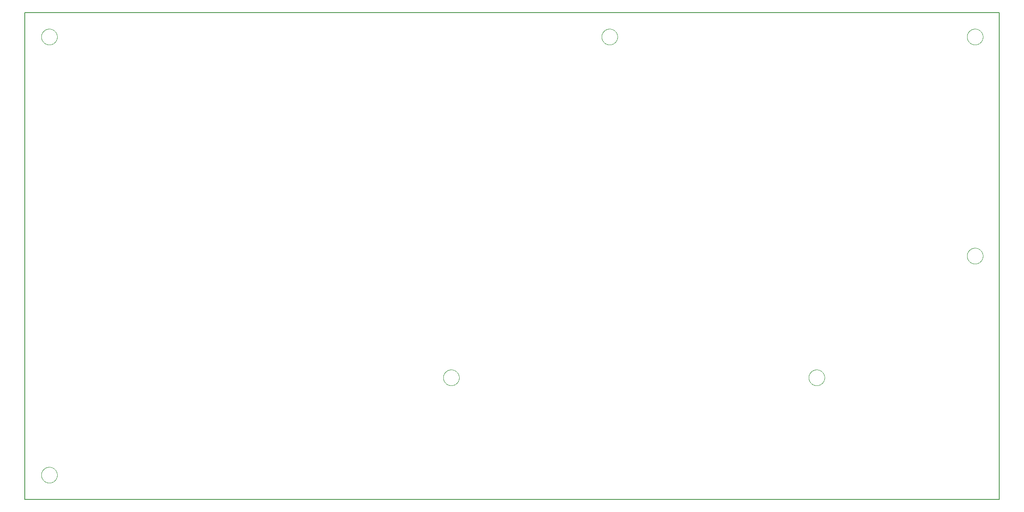
<source format=gko>
G75*
%MOIN*%
%OFA0B0*%
%FSLAX25Y25*%
%IPPOS*%
%LPD*%
%AMOC8*
5,1,8,0,0,1.08239X$1,22.5*
%
%ADD10C,0.00800*%
%ADD11C,0.00000*%
D10*
X0077595Y0285000D02*
X0077595Y0685000D01*
X0877595Y0685000D01*
X0877595Y0285000D01*
X0077595Y0285000D01*
D11*
X0091095Y0305000D02*
X0091097Y0305161D01*
X0091103Y0305321D01*
X0091113Y0305482D01*
X0091127Y0305642D01*
X0091145Y0305802D01*
X0091166Y0305961D01*
X0091192Y0306120D01*
X0091222Y0306278D01*
X0091255Y0306435D01*
X0091293Y0306592D01*
X0091334Y0306747D01*
X0091379Y0306901D01*
X0091428Y0307054D01*
X0091481Y0307206D01*
X0091537Y0307357D01*
X0091598Y0307506D01*
X0091661Y0307654D01*
X0091729Y0307800D01*
X0091800Y0307944D01*
X0091874Y0308086D01*
X0091952Y0308227D01*
X0092034Y0308365D01*
X0092119Y0308502D01*
X0092207Y0308636D01*
X0092299Y0308768D01*
X0092394Y0308898D01*
X0092492Y0309026D01*
X0092593Y0309151D01*
X0092697Y0309273D01*
X0092804Y0309393D01*
X0092914Y0309510D01*
X0093027Y0309625D01*
X0093143Y0309736D01*
X0093262Y0309845D01*
X0093383Y0309950D01*
X0093507Y0310053D01*
X0093633Y0310153D01*
X0093761Y0310249D01*
X0093892Y0310342D01*
X0094026Y0310432D01*
X0094161Y0310519D01*
X0094299Y0310602D01*
X0094438Y0310682D01*
X0094580Y0310758D01*
X0094723Y0310831D01*
X0094868Y0310900D01*
X0095015Y0310966D01*
X0095163Y0311028D01*
X0095313Y0311086D01*
X0095464Y0311141D01*
X0095617Y0311192D01*
X0095771Y0311239D01*
X0095926Y0311282D01*
X0096082Y0311321D01*
X0096238Y0311357D01*
X0096396Y0311388D01*
X0096554Y0311416D01*
X0096713Y0311440D01*
X0096873Y0311460D01*
X0097033Y0311476D01*
X0097193Y0311488D01*
X0097354Y0311496D01*
X0097515Y0311500D01*
X0097675Y0311500D01*
X0097836Y0311496D01*
X0097997Y0311488D01*
X0098157Y0311476D01*
X0098317Y0311460D01*
X0098477Y0311440D01*
X0098636Y0311416D01*
X0098794Y0311388D01*
X0098952Y0311357D01*
X0099108Y0311321D01*
X0099264Y0311282D01*
X0099419Y0311239D01*
X0099573Y0311192D01*
X0099726Y0311141D01*
X0099877Y0311086D01*
X0100027Y0311028D01*
X0100175Y0310966D01*
X0100322Y0310900D01*
X0100467Y0310831D01*
X0100610Y0310758D01*
X0100752Y0310682D01*
X0100891Y0310602D01*
X0101029Y0310519D01*
X0101164Y0310432D01*
X0101298Y0310342D01*
X0101429Y0310249D01*
X0101557Y0310153D01*
X0101683Y0310053D01*
X0101807Y0309950D01*
X0101928Y0309845D01*
X0102047Y0309736D01*
X0102163Y0309625D01*
X0102276Y0309510D01*
X0102386Y0309393D01*
X0102493Y0309273D01*
X0102597Y0309151D01*
X0102698Y0309026D01*
X0102796Y0308898D01*
X0102891Y0308768D01*
X0102983Y0308636D01*
X0103071Y0308502D01*
X0103156Y0308365D01*
X0103238Y0308227D01*
X0103316Y0308086D01*
X0103390Y0307944D01*
X0103461Y0307800D01*
X0103529Y0307654D01*
X0103592Y0307506D01*
X0103653Y0307357D01*
X0103709Y0307206D01*
X0103762Y0307054D01*
X0103811Y0306901D01*
X0103856Y0306747D01*
X0103897Y0306592D01*
X0103935Y0306435D01*
X0103968Y0306278D01*
X0103998Y0306120D01*
X0104024Y0305961D01*
X0104045Y0305802D01*
X0104063Y0305642D01*
X0104077Y0305482D01*
X0104087Y0305321D01*
X0104093Y0305161D01*
X0104095Y0305000D01*
X0104093Y0304839D01*
X0104087Y0304679D01*
X0104077Y0304518D01*
X0104063Y0304358D01*
X0104045Y0304198D01*
X0104024Y0304039D01*
X0103998Y0303880D01*
X0103968Y0303722D01*
X0103935Y0303565D01*
X0103897Y0303408D01*
X0103856Y0303253D01*
X0103811Y0303099D01*
X0103762Y0302946D01*
X0103709Y0302794D01*
X0103653Y0302643D01*
X0103592Y0302494D01*
X0103529Y0302346D01*
X0103461Y0302200D01*
X0103390Y0302056D01*
X0103316Y0301914D01*
X0103238Y0301773D01*
X0103156Y0301635D01*
X0103071Y0301498D01*
X0102983Y0301364D01*
X0102891Y0301232D01*
X0102796Y0301102D01*
X0102698Y0300974D01*
X0102597Y0300849D01*
X0102493Y0300727D01*
X0102386Y0300607D01*
X0102276Y0300490D01*
X0102163Y0300375D01*
X0102047Y0300264D01*
X0101928Y0300155D01*
X0101807Y0300050D01*
X0101683Y0299947D01*
X0101557Y0299847D01*
X0101429Y0299751D01*
X0101298Y0299658D01*
X0101164Y0299568D01*
X0101029Y0299481D01*
X0100891Y0299398D01*
X0100752Y0299318D01*
X0100610Y0299242D01*
X0100467Y0299169D01*
X0100322Y0299100D01*
X0100175Y0299034D01*
X0100027Y0298972D01*
X0099877Y0298914D01*
X0099726Y0298859D01*
X0099573Y0298808D01*
X0099419Y0298761D01*
X0099264Y0298718D01*
X0099108Y0298679D01*
X0098952Y0298643D01*
X0098794Y0298612D01*
X0098636Y0298584D01*
X0098477Y0298560D01*
X0098317Y0298540D01*
X0098157Y0298524D01*
X0097997Y0298512D01*
X0097836Y0298504D01*
X0097675Y0298500D01*
X0097515Y0298500D01*
X0097354Y0298504D01*
X0097193Y0298512D01*
X0097033Y0298524D01*
X0096873Y0298540D01*
X0096713Y0298560D01*
X0096554Y0298584D01*
X0096396Y0298612D01*
X0096238Y0298643D01*
X0096082Y0298679D01*
X0095926Y0298718D01*
X0095771Y0298761D01*
X0095617Y0298808D01*
X0095464Y0298859D01*
X0095313Y0298914D01*
X0095163Y0298972D01*
X0095015Y0299034D01*
X0094868Y0299100D01*
X0094723Y0299169D01*
X0094580Y0299242D01*
X0094438Y0299318D01*
X0094299Y0299398D01*
X0094161Y0299481D01*
X0094026Y0299568D01*
X0093892Y0299658D01*
X0093761Y0299751D01*
X0093633Y0299847D01*
X0093507Y0299947D01*
X0093383Y0300050D01*
X0093262Y0300155D01*
X0093143Y0300264D01*
X0093027Y0300375D01*
X0092914Y0300490D01*
X0092804Y0300607D01*
X0092697Y0300727D01*
X0092593Y0300849D01*
X0092492Y0300974D01*
X0092394Y0301102D01*
X0092299Y0301232D01*
X0092207Y0301364D01*
X0092119Y0301498D01*
X0092034Y0301635D01*
X0091952Y0301773D01*
X0091874Y0301914D01*
X0091800Y0302056D01*
X0091729Y0302200D01*
X0091661Y0302346D01*
X0091598Y0302494D01*
X0091537Y0302643D01*
X0091481Y0302794D01*
X0091428Y0302946D01*
X0091379Y0303099D01*
X0091334Y0303253D01*
X0091293Y0303408D01*
X0091255Y0303565D01*
X0091222Y0303722D01*
X0091192Y0303880D01*
X0091166Y0304039D01*
X0091145Y0304198D01*
X0091127Y0304358D01*
X0091113Y0304518D01*
X0091103Y0304679D01*
X0091097Y0304839D01*
X0091095Y0305000D01*
X0421095Y0385000D02*
X0421097Y0385161D01*
X0421103Y0385321D01*
X0421113Y0385482D01*
X0421127Y0385642D01*
X0421145Y0385802D01*
X0421166Y0385961D01*
X0421192Y0386120D01*
X0421222Y0386278D01*
X0421255Y0386435D01*
X0421293Y0386592D01*
X0421334Y0386747D01*
X0421379Y0386901D01*
X0421428Y0387054D01*
X0421481Y0387206D01*
X0421537Y0387357D01*
X0421598Y0387506D01*
X0421661Y0387654D01*
X0421729Y0387800D01*
X0421800Y0387944D01*
X0421874Y0388086D01*
X0421952Y0388227D01*
X0422034Y0388365D01*
X0422119Y0388502D01*
X0422207Y0388636D01*
X0422299Y0388768D01*
X0422394Y0388898D01*
X0422492Y0389026D01*
X0422593Y0389151D01*
X0422697Y0389273D01*
X0422804Y0389393D01*
X0422914Y0389510D01*
X0423027Y0389625D01*
X0423143Y0389736D01*
X0423262Y0389845D01*
X0423383Y0389950D01*
X0423507Y0390053D01*
X0423633Y0390153D01*
X0423761Y0390249D01*
X0423892Y0390342D01*
X0424026Y0390432D01*
X0424161Y0390519D01*
X0424299Y0390602D01*
X0424438Y0390682D01*
X0424580Y0390758D01*
X0424723Y0390831D01*
X0424868Y0390900D01*
X0425015Y0390966D01*
X0425163Y0391028D01*
X0425313Y0391086D01*
X0425464Y0391141D01*
X0425617Y0391192D01*
X0425771Y0391239D01*
X0425926Y0391282D01*
X0426082Y0391321D01*
X0426238Y0391357D01*
X0426396Y0391388D01*
X0426554Y0391416D01*
X0426713Y0391440D01*
X0426873Y0391460D01*
X0427033Y0391476D01*
X0427193Y0391488D01*
X0427354Y0391496D01*
X0427515Y0391500D01*
X0427675Y0391500D01*
X0427836Y0391496D01*
X0427997Y0391488D01*
X0428157Y0391476D01*
X0428317Y0391460D01*
X0428477Y0391440D01*
X0428636Y0391416D01*
X0428794Y0391388D01*
X0428952Y0391357D01*
X0429108Y0391321D01*
X0429264Y0391282D01*
X0429419Y0391239D01*
X0429573Y0391192D01*
X0429726Y0391141D01*
X0429877Y0391086D01*
X0430027Y0391028D01*
X0430175Y0390966D01*
X0430322Y0390900D01*
X0430467Y0390831D01*
X0430610Y0390758D01*
X0430752Y0390682D01*
X0430891Y0390602D01*
X0431029Y0390519D01*
X0431164Y0390432D01*
X0431298Y0390342D01*
X0431429Y0390249D01*
X0431557Y0390153D01*
X0431683Y0390053D01*
X0431807Y0389950D01*
X0431928Y0389845D01*
X0432047Y0389736D01*
X0432163Y0389625D01*
X0432276Y0389510D01*
X0432386Y0389393D01*
X0432493Y0389273D01*
X0432597Y0389151D01*
X0432698Y0389026D01*
X0432796Y0388898D01*
X0432891Y0388768D01*
X0432983Y0388636D01*
X0433071Y0388502D01*
X0433156Y0388365D01*
X0433238Y0388227D01*
X0433316Y0388086D01*
X0433390Y0387944D01*
X0433461Y0387800D01*
X0433529Y0387654D01*
X0433592Y0387506D01*
X0433653Y0387357D01*
X0433709Y0387206D01*
X0433762Y0387054D01*
X0433811Y0386901D01*
X0433856Y0386747D01*
X0433897Y0386592D01*
X0433935Y0386435D01*
X0433968Y0386278D01*
X0433998Y0386120D01*
X0434024Y0385961D01*
X0434045Y0385802D01*
X0434063Y0385642D01*
X0434077Y0385482D01*
X0434087Y0385321D01*
X0434093Y0385161D01*
X0434095Y0385000D01*
X0434093Y0384839D01*
X0434087Y0384679D01*
X0434077Y0384518D01*
X0434063Y0384358D01*
X0434045Y0384198D01*
X0434024Y0384039D01*
X0433998Y0383880D01*
X0433968Y0383722D01*
X0433935Y0383565D01*
X0433897Y0383408D01*
X0433856Y0383253D01*
X0433811Y0383099D01*
X0433762Y0382946D01*
X0433709Y0382794D01*
X0433653Y0382643D01*
X0433592Y0382494D01*
X0433529Y0382346D01*
X0433461Y0382200D01*
X0433390Y0382056D01*
X0433316Y0381914D01*
X0433238Y0381773D01*
X0433156Y0381635D01*
X0433071Y0381498D01*
X0432983Y0381364D01*
X0432891Y0381232D01*
X0432796Y0381102D01*
X0432698Y0380974D01*
X0432597Y0380849D01*
X0432493Y0380727D01*
X0432386Y0380607D01*
X0432276Y0380490D01*
X0432163Y0380375D01*
X0432047Y0380264D01*
X0431928Y0380155D01*
X0431807Y0380050D01*
X0431683Y0379947D01*
X0431557Y0379847D01*
X0431429Y0379751D01*
X0431298Y0379658D01*
X0431164Y0379568D01*
X0431029Y0379481D01*
X0430891Y0379398D01*
X0430752Y0379318D01*
X0430610Y0379242D01*
X0430467Y0379169D01*
X0430322Y0379100D01*
X0430175Y0379034D01*
X0430027Y0378972D01*
X0429877Y0378914D01*
X0429726Y0378859D01*
X0429573Y0378808D01*
X0429419Y0378761D01*
X0429264Y0378718D01*
X0429108Y0378679D01*
X0428952Y0378643D01*
X0428794Y0378612D01*
X0428636Y0378584D01*
X0428477Y0378560D01*
X0428317Y0378540D01*
X0428157Y0378524D01*
X0427997Y0378512D01*
X0427836Y0378504D01*
X0427675Y0378500D01*
X0427515Y0378500D01*
X0427354Y0378504D01*
X0427193Y0378512D01*
X0427033Y0378524D01*
X0426873Y0378540D01*
X0426713Y0378560D01*
X0426554Y0378584D01*
X0426396Y0378612D01*
X0426238Y0378643D01*
X0426082Y0378679D01*
X0425926Y0378718D01*
X0425771Y0378761D01*
X0425617Y0378808D01*
X0425464Y0378859D01*
X0425313Y0378914D01*
X0425163Y0378972D01*
X0425015Y0379034D01*
X0424868Y0379100D01*
X0424723Y0379169D01*
X0424580Y0379242D01*
X0424438Y0379318D01*
X0424299Y0379398D01*
X0424161Y0379481D01*
X0424026Y0379568D01*
X0423892Y0379658D01*
X0423761Y0379751D01*
X0423633Y0379847D01*
X0423507Y0379947D01*
X0423383Y0380050D01*
X0423262Y0380155D01*
X0423143Y0380264D01*
X0423027Y0380375D01*
X0422914Y0380490D01*
X0422804Y0380607D01*
X0422697Y0380727D01*
X0422593Y0380849D01*
X0422492Y0380974D01*
X0422394Y0381102D01*
X0422299Y0381232D01*
X0422207Y0381364D01*
X0422119Y0381498D01*
X0422034Y0381635D01*
X0421952Y0381773D01*
X0421874Y0381914D01*
X0421800Y0382056D01*
X0421729Y0382200D01*
X0421661Y0382346D01*
X0421598Y0382494D01*
X0421537Y0382643D01*
X0421481Y0382794D01*
X0421428Y0382946D01*
X0421379Y0383099D01*
X0421334Y0383253D01*
X0421293Y0383408D01*
X0421255Y0383565D01*
X0421222Y0383722D01*
X0421192Y0383880D01*
X0421166Y0384039D01*
X0421145Y0384198D01*
X0421127Y0384358D01*
X0421113Y0384518D01*
X0421103Y0384679D01*
X0421097Y0384839D01*
X0421095Y0385000D01*
X0721095Y0385000D02*
X0721097Y0385161D01*
X0721103Y0385321D01*
X0721113Y0385482D01*
X0721127Y0385642D01*
X0721145Y0385802D01*
X0721166Y0385961D01*
X0721192Y0386120D01*
X0721222Y0386278D01*
X0721255Y0386435D01*
X0721293Y0386592D01*
X0721334Y0386747D01*
X0721379Y0386901D01*
X0721428Y0387054D01*
X0721481Y0387206D01*
X0721537Y0387357D01*
X0721598Y0387506D01*
X0721661Y0387654D01*
X0721729Y0387800D01*
X0721800Y0387944D01*
X0721874Y0388086D01*
X0721952Y0388227D01*
X0722034Y0388365D01*
X0722119Y0388502D01*
X0722207Y0388636D01*
X0722299Y0388768D01*
X0722394Y0388898D01*
X0722492Y0389026D01*
X0722593Y0389151D01*
X0722697Y0389273D01*
X0722804Y0389393D01*
X0722914Y0389510D01*
X0723027Y0389625D01*
X0723143Y0389736D01*
X0723262Y0389845D01*
X0723383Y0389950D01*
X0723507Y0390053D01*
X0723633Y0390153D01*
X0723761Y0390249D01*
X0723892Y0390342D01*
X0724026Y0390432D01*
X0724161Y0390519D01*
X0724299Y0390602D01*
X0724438Y0390682D01*
X0724580Y0390758D01*
X0724723Y0390831D01*
X0724868Y0390900D01*
X0725015Y0390966D01*
X0725163Y0391028D01*
X0725313Y0391086D01*
X0725464Y0391141D01*
X0725617Y0391192D01*
X0725771Y0391239D01*
X0725926Y0391282D01*
X0726082Y0391321D01*
X0726238Y0391357D01*
X0726396Y0391388D01*
X0726554Y0391416D01*
X0726713Y0391440D01*
X0726873Y0391460D01*
X0727033Y0391476D01*
X0727193Y0391488D01*
X0727354Y0391496D01*
X0727515Y0391500D01*
X0727675Y0391500D01*
X0727836Y0391496D01*
X0727997Y0391488D01*
X0728157Y0391476D01*
X0728317Y0391460D01*
X0728477Y0391440D01*
X0728636Y0391416D01*
X0728794Y0391388D01*
X0728952Y0391357D01*
X0729108Y0391321D01*
X0729264Y0391282D01*
X0729419Y0391239D01*
X0729573Y0391192D01*
X0729726Y0391141D01*
X0729877Y0391086D01*
X0730027Y0391028D01*
X0730175Y0390966D01*
X0730322Y0390900D01*
X0730467Y0390831D01*
X0730610Y0390758D01*
X0730752Y0390682D01*
X0730891Y0390602D01*
X0731029Y0390519D01*
X0731164Y0390432D01*
X0731298Y0390342D01*
X0731429Y0390249D01*
X0731557Y0390153D01*
X0731683Y0390053D01*
X0731807Y0389950D01*
X0731928Y0389845D01*
X0732047Y0389736D01*
X0732163Y0389625D01*
X0732276Y0389510D01*
X0732386Y0389393D01*
X0732493Y0389273D01*
X0732597Y0389151D01*
X0732698Y0389026D01*
X0732796Y0388898D01*
X0732891Y0388768D01*
X0732983Y0388636D01*
X0733071Y0388502D01*
X0733156Y0388365D01*
X0733238Y0388227D01*
X0733316Y0388086D01*
X0733390Y0387944D01*
X0733461Y0387800D01*
X0733529Y0387654D01*
X0733592Y0387506D01*
X0733653Y0387357D01*
X0733709Y0387206D01*
X0733762Y0387054D01*
X0733811Y0386901D01*
X0733856Y0386747D01*
X0733897Y0386592D01*
X0733935Y0386435D01*
X0733968Y0386278D01*
X0733998Y0386120D01*
X0734024Y0385961D01*
X0734045Y0385802D01*
X0734063Y0385642D01*
X0734077Y0385482D01*
X0734087Y0385321D01*
X0734093Y0385161D01*
X0734095Y0385000D01*
X0734093Y0384839D01*
X0734087Y0384679D01*
X0734077Y0384518D01*
X0734063Y0384358D01*
X0734045Y0384198D01*
X0734024Y0384039D01*
X0733998Y0383880D01*
X0733968Y0383722D01*
X0733935Y0383565D01*
X0733897Y0383408D01*
X0733856Y0383253D01*
X0733811Y0383099D01*
X0733762Y0382946D01*
X0733709Y0382794D01*
X0733653Y0382643D01*
X0733592Y0382494D01*
X0733529Y0382346D01*
X0733461Y0382200D01*
X0733390Y0382056D01*
X0733316Y0381914D01*
X0733238Y0381773D01*
X0733156Y0381635D01*
X0733071Y0381498D01*
X0732983Y0381364D01*
X0732891Y0381232D01*
X0732796Y0381102D01*
X0732698Y0380974D01*
X0732597Y0380849D01*
X0732493Y0380727D01*
X0732386Y0380607D01*
X0732276Y0380490D01*
X0732163Y0380375D01*
X0732047Y0380264D01*
X0731928Y0380155D01*
X0731807Y0380050D01*
X0731683Y0379947D01*
X0731557Y0379847D01*
X0731429Y0379751D01*
X0731298Y0379658D01*
X0731164Y0379568D01*
X0731029Y0379481D01*
X0730891Y0379398D01*
X0730752Y0379318D01*
X0730610Y0379242D01*
X0730467Y0379169D01*
X0730322Y0379100D01*
X0730175Y0379034D01*
X0730027Y0378972D01*
X0729877Y0378914D01*
X0729726Y0378859D01*
X0729573Y0378808D01*
X0729419Y0378761D01*
X0729264Y0378718D01*
X0729108Y0378679D01*
X0728952Y0378643D01*
X0728794Y0378612D01*
X0728636Y0378584D01*
X0728477Y0378560D01*
X0728317Y0378540D01*
X0728157Y0378524D01*
X0727997Y0378512D01*
X0727836Y0378504D01*
X0727675Y0378500D01*
X0727515Y0378500D01*
X0727354Y0378504D01*
X0727193Y0378512D01*
X0727033Y0378524D01*
X0726873Y0378540D01*
X0726713Y0378560D01*
X0726554Y0378584D01*
X0726396Y0378612D01*
X0726238Y0378643D01*
X0726082Y0378679D01*
X0725926Y0378718D01*
X0725771Y0378761D01*
X0725617Y0378808D01*
X0725464Y0378859D01*
X0725313Y0378914D01*
X0725163Y0378972D01*
X0725015Y0379034D01*
X0724868Y0379100D01*
X0724723Y0379169D01*
X0724580Y0379242D01*
X0724438Y0379318D01*
X0724299Y0379398D01*
X0724161Y0379481D01*
X0724026Y0379568D01*
X0723892Y0379658D01*
X0723761Y0379751D01*
X0723633Y0379847D01*
X0723507Y0379947D01*
X0723383Y0380050D01*
X0723262Y0380155D01*
X0723143Y0380264D01*
X0723027Y0380375D01*
X0722914Y0380490D01*
X0722804Y0380607D01*
X0722697Y0380727D01*
X0722593Y0380849D01*
X0722492Y0380974D01*
X0722394Y0381102D01*
X0722299Y0381232D01*
X0722207Y0381364D01*
X0722119Y0381498D01*
X0722034Y0381635D01*
X0721952Y0381773D01*
X0721874Y0381914D01*
X0721800Y0382056D01*
X0721729Y0382200D01*
X0721661Y0382346D01*
X0721598Y0382494D01*
X0721537Y0382643D01*
X0721481Y0382794D01*
X0721428Y0382946D01*
X0721379Y0383099D01*
X0721334Y0383253D01*
X0721293Y0383408D01*
X0721255Y0383565D01*
X0721222Y0383722D01*
X0721192Y0383880D01*
X0721166Y0384039D01*
X0721145Y0384198D01*
X0721127Y0384358D01*
X0721113Y0384518D01*
X0721103Y0384679D01*
X0721097Y0384839D01*
X0721095Y0385000D01*
X0851095Y0485000D02*
X0851097Y0485161D01*
X0851103Y0485321D01*
X0851113Y0485482D01*
X0851127Y0485642D01*
X0851145Y0485802D01*
X0851166Y0485961D01*
X0851192Y0486120D01*
X0851222Y0486278D01*
X0851255Y0486435D01*
X0851293Y0486592D01*
X0851334Y0486747D01*
X0851379Y0486901D01*
X0851428Y0487054D01*
X0851481Y0487206D01*
X0851537Y0487357D01*
X0851598Y0487506D01*
X0851661Y0487654D01*
X0851729Y0487800D01*
X0851800Y0487944D01*
X0851874Y0488086D01*
X0851952Y0488227D01*
X0852034Y0488365D01*
X0852119Y0488502D01*
X0852207Y0488636D01*
X0852299Y0488768D01*
X0852394Y0488898D01*
X0852492Y0489026D01*
X0852593Y0489151D01*
X0852697Y0489273D01*
X0852804Y0489393D01*
X0852914Y0489510D01*
X0853027Y0489625D01*
X0853143Y0489736D01*
X0853262Y0489845D01*
X0853383Y0489950D01*
X0853507Y0490053D01*
X0853633Y0490153D01*
X0853761Y0490249D01*
X0853892Y0490342D01*
X0854026Y0490432D01*
X0854161Y0490519D01*
X0854299Y0490602D01*
X0854438Y0490682D01*
X0854580Y0490758D01*
X0854723Y0490831D01*
X0854868Y0490900D01*
X0855015Y0490966D01*
X0855163Y0491028D01*
X0855313Y0491086D01*
X0855464Y0491141D01*
X0855617Y0491192D01*
X0855771Y0491239D01*
X0855926Y0491282D01*
X0856082Y0491321D01*
X0856238Y0491357D01*
X0856396Y0491388D01*
X0856554Y0491416D01*
X0856713Y0491440D01*
X0856873Y0491460D01*
X0857033Y0491476D01*
X0857193Y0491488D01*
X0857354Y0491496D01*
X0857515Y0491500D01*
X0857675Y0491500D01*
X0857836Y0491496D01*
X0857997Y0491488D01*
X0858157Y0491476D01*
X0858317Y0491460D01*
X0858477Y0491440D01*
X0858636Y0491416D01*
X0858794Y0491388D01*
X0858952Y0491357D01*
X0859108Y0491321D01*
X0859264Y0491282D01*
X0859419Y0491239D01*
X0859573Y0491192D01*
X0859726Y0491141D01*
X0859877Y0491086D01*
X0860027Y0491028D01*
X0860175Y0490966D01*
X0860322Y0490900D01*
X0860467Y0490831D01*
X0860610Y0490758D01*
X0860752Y0490682D01*
X0860891Y0490602D01*
X0861029Y0490519D01*
X0861164Y0490432D01*
X0861298Y0490342D01*
X0861429Y0490249D01*
X0861557Y0490153D01*
X0861683Y0490053D01*
X0861807Y0489950D01*
X0861928Y0489845D01*
X0862047Y0489736D01*
X0862163Y0489625D01*
X0862276Y0489510D01*
X0862386Y0489393D01*
X0862493Y0489273D01*
X0862597Y0489151D01*
X0862698Y0489026D01*
X0862796Y0488898D01*
X0862891Y0488768D01*
X0862983Y0488636D01*
X0863071Y0488502D01*
X0863156Y0488365D01*
X0863238Y0488227D01*
X0863316Y0488086D01*
X0863390Y0487944D01*
X0863461Y0487800D01*
X0863529Y0487654D01*
X0863592Y0487506D01*
X0863653Y0487357D01*
X0863709Y0487206D01*
X0863762Y0487054D01*
X0863811Y0486901D01*
X0863856Y0486747D01*
X0863897Y0486592D01*
X0863935Y0486435D01*
X0863968Y0486278D01*
X0863998Y0486120D01*
X0864024Y0485961D01*
X0864045Y0485802D01*
X0864063Y0485642D01*
X0864077Y0485482D01*
X0864087Y0485321D01*
X0864093Y0485161D01*
X0864095Y0485000D01*
X0864093Y0484839D01*
X0864087Y0484679D01*
X0864077Y0484518D01*
X0864063Y0484358D01*
X0864045Y0484198D01*
X0864024Y0484039D01*
X0863998Y0483880D01*
X0863968Y0483722D01*
X0863935Y0483565D01*
X0863897Y0483408D01*
X0863856Y0483253D01*
X0863811Y0483099D01*
X0863762Y0482946D01*
X0863709Y0482794D01*
X0863653Y0482643D01*
X0863592Y0482494D01*
X0863529Y0482346D01*
X0863461Y0482200D01*
X0863390Y0482056D01*
X0863316Y0481914D01*
X0863238Y0481773D01*
X0863156Y0481635D01*
X0863071Y0481498D01*
X0862983Y0481364D01*
X0862891Y0481232D01*
X0862796Y0481102D01*
X0862698Y0480974D01*
X0862597Y0480849D01*
X0862493Y0480727D01*
X0862386Y0480607D01*
X0862276Y0480490D01*
X0862163Y0480375D01*
X0862047Y0480264D01*
X0861928Y0480155D01*
X0861807Y0480050D01*
X0861683Y0479947D01*
X0861557Y0479847D01*
X0861429Y0479751D01*
X0861298Y0479658D01*
X0861164Y0479568D01*
X0861029Y0479481D01*
X0860891Y0479398D01*
X0860752Y0479318D01*
X0860610Y0479242D01*
X0860467Y0479169D01*
X0860322Y0479100D01*
X0860175Y0479034D01*
X0860027Y0478972D01*
X0859877Y0478914D01*
X0859726Y0478859D01*
X0859573Y0478808D01*
X0859419Y0478761D01*
X0859264Y0478718D01*
X0859108Y0478679D01*
X0858952Y0478643D01*
X0858794Y0478612D01*
X0858636Y0478584D01*
X0858477Y0478560D01*
X0858317Y0478540D01*
X0858157Y0478524D01*
X0857997Y0478512D01*
X0857836Y0478504D01*
X0857675Y0478500D01*
X0857515Y0478500D01*
X0857354Y0478504D01*
X0857193Y0478512D01*
X0857033Y0478524D01*
X0856873Y0478540D01*
X0856713Y0478560D01*
X0856554Y0478584D01*
X0856396Y0478612D01*
X0856238Y0478643D01*
X0856082Y0478679D01*
X0855926Y0478718D01*
X0855771Y0478761D01*
X0855617Y0478808D01*
X0855464Y0478859D01*
X0855313Y0478914D01*
X0855163Y0478972D01*
X0855015Y0479034D01*
X0854868Y0479100D01*
X0854723Y0479169D01*
X0854580Y0479242D01*
X0854438Y0479318D01*
X0854299Y0479398D01*
X0854161Y0479481D01*
X0854026Y0479568D01*
X0853892Y0479658D01*
X0853761Y0479751D01*
X0853633Y0479847D01*
X0853507Y0479947D01*
X0853383Y0480050D01*
X0853262Y0480155D01*
X0853143Y0480264D01*
X0853027Y0480375D01*
X0852914Y0480490D01*
X0852804Y0480607D01*
X0852697Y0480727D01*
X0852593Y0480849D01*
X0852492Y0480974D01*
X0852394Y0481102D01*
X0852299Y0481232D01*
X0852207Y0481364D01*
X0852119Y0481498D01*
X0852034Y0481635D01*
X0851952Y0481773D01*
X0851874Y0481914D01*
X0851800Y0482056D01*
X0851729Y0482200D01*
X0851661Y0482346D01*
X0851598Y0482494D01*
X0851537Y0482643D01*
X0851481Y0482794D01*
X0851428Y0482946D01*
X0851379Y0483099D01*
X0851334Y0483253D01*
X0851293Y0483408D01*
X0851255Y0483565D01*
X0851222Y0483722D01*
X0851192Y0483880D01*
X0851166Y0484039D01*
X0851145Y0484198D01*
X0851127Y0484358D01*
X0851113Y0484518D01*
X0851103Y0484679D01*
X0851097Y0484839D01*
X0851095Y0485000D01*
X0851095Y0665000D02*
X0851097Y0665161D01*
X0851103Y0665321D01*
X0851113Y0665482D01*
X0851127Y0665642D01*
X0851145Y0665802D01*
X0851166Y0665961D01*
X0851192Y0666120D01*
X0851222Y0666278D01*
X0851255Y0666435D01*
X0851293Y0666592D01*
X0851334Y0666747D01*
X0851379Y0666901D01*
X0851428Y0667054D01*
X0851481Y0667206D01*
X0851537Y0667357D01*
X0851598Y0667506D01*
X0851661Y0667654D01*
X0851729Y0667800D01*
X0851800Y0667944D01*
X0851874Y0668086D01*
X0851952Y0668227D01*
X0852034Y0668365D01*
X0852119Y0668502D01*
X0852207Y0668636D01*
X0852299Y0668768D01*
X0852394Y0668898D01*
X0852492Y0669026D01*
X0852593Y0669151D01*
X0852697Y0669273D01*
X0852804Y0669393D01*
X0852914Y0669510D01*
X0853027Y0669625D01*
X0853143Y0669736D01*
X0853262Y0669845D01*
X0853383Y0669950D01*
X0853507Y0670053D01*
X0853633Y0670153D01*
X0853761Y0670249D01*
X0853892Y0670342D01*
X0854026Y0670432D01*
X0854161Y0670519D01*
X0854299Y0670602D01*
X0854438Y0670682D01*
X0854580Y0670758D01*
X0854723Y0670831D01*
X0854868Y0670900D01*
X0855015Y0670966D01*
X0855163Y0671028D01*
X0855313Y0671086D01*
X0855464Y0671141D01*
X0855617Y0671192D01*
X0855771Y0671239D01*
X0855926Y0671282D01*
X0856082Y0671321D01*
X0856238Y0671357D01*
X0856396Y0671388D01*
X0856554Y0671416D01*
X0856713Y0671440D01*
X0856873Y0671460D01*
X0857033Y0671476D01*
X0857193Y0671488D01*
X0857354Y0671496D01*
X0857515Y0671500D01*
X0857675Y0671500D01*
X0857836Y0671496D01*
X0857997Y0671488D01*
X0858157Y0671476D01*
X0858317Y0671460D01*
X0858477Y0671440D01*
X0858636Y0671416D01*
X0858794Y0671388D01*
X0858952Y0671357D01*
X0859108Y0671321D01*
X0859264Y0671282D01*
X0859419Y0671239D01*
X0859573Y0671192D01*
X0859726Y0671141D01*
X0859877Y0671086D01*
X0860027Y0671028D01*
X0860175Y0670966D01*
X0860322Y0670900D01*
X0860467Y0670831D01*
X0860610Y0670758D01*
X0860752Y0670682D01*
X0860891Y0670602D01*
X0861029Y0670519D01*
X0861164Y0670432D01*
X0861298Y0670342D01*
X0861429Y0670249D01*
X0861557Y0670153D01*
X0861683Y0670053D01*
X0861807Y0669950D01*
X0861928Y0669845D01*
X0862047Y0669736D01*
X0862163Y0669625D01*
X0862276Y0669510D01*
X0862386Y0669393D01*
X0862493Y0669273D01*
X0862597Y0669151D01*
X0862698Y0669026D01*
X0862796Y0668898D01*
X0862891Y0668768D01*
X0862983Y0668636D01*
X0863071Y0668502D01*
X0863156Y0668365D01*
X0863238Y0668227D01*
X0863316Y0668086D01*
X0863390Y0667944D01*
X0863461Y0667800D01*
X0863529Y0667654D01*
X0863592Y0667506D01*
X0863653Y0667357D01*
X0863709Y0667206D01*
X0863762Y0667054D01*
X0863811Y0666901D01*
X0863856Y0666747D01*
X0863897Y0666592D01*
X0863935Y0666435D01*
X0863968Y0666278D01*
X0863998Y0666120D01*
X0864024Y0665961D01*
X0864045Y0665802D01*
X0864063Y0665642D01*
X0864077Y0665482D01*
X0864087Y0665321D01*
X0864093Y0665161D01*
X0864095Y0665000D01*
X0864093Y0664839D01*
X0864087Y0664679D01*
X0864077Y0664518D01*
X0864063Y0664358D01*
X0864045Y0664198D01*
X0864024Y0664039D01*
X0863998Y0663880D01*
X0863968Y0663722D01*
X0863935Y0663565D01*
X0863897Y0663408D01*
X0863856Y0663253D01*
X0863811Y0663099D01*
X0863762Y0662946D01*
X0863709Y0662794D01*
X0863653Y0662643D01*
X0863592Y0662494D01*
X0863529Y0662346D01*
X0863461Y0662200D01*
X0863390Y0662056D01*
X0863316Y0661914D01*
X0863238Y0661773D01*
X0863156Y0661635D01*
X0863071Y0661498D01*
X0862983Y0661364D01*
X0862891Y0661232D01*
X0862796Y0661102D01*
X0862698Y0660974D01*
X0862597Y0660849D01*
X0862493Y0660727D01*
X0862386Y0660607D01*
X0862276Y0660490D01*
X0862163Y0660375D01*
X0862047Y0660264D01*
X0861928Y0660155D01*
X0861807Y0660050D01*
X0861683Y0659947D01*
X0861557Y0659847D01*
X0861429Y0659751D01*
X0861298Y0659658D01*
X0861164Y0659568D01*
X0861029Y0659481D01*
X0860891Y0659398D01*
X0860752Y0659318D01*
X0860610Y0659242D01*
X0860467Y0659169D01*
X0860322Y0659100D01*
X0860175Y0659034D01*
X0860027Y0658972D01*
X0859877Y0658914D01*
X0859726Y0658859D01*
X0859573Y0658808D01*
X0859419Y0658761D01*
X0859264Y0658718D01*
X0859108Y0658679D01*
X0858952Y0658643D01*
X0858794Y0658612D01*
X0858636Y0658584D01*
X0858477Y0658560D01*
X0858317Y0658540D01*
X0858157Y0658524D01*
X0857997Y0658512D01*
X0857836Y0658504D01*
X0857675Y0658500D01*
X0857515Y0658500D01*
X0857354Y0658504D01*
X0857193Y0658512D01*
X0857033Y0658524D01*
X0856873Y0658540D01*
X0856713Y0658560D01*
X0856554Y0658584D01*
X0856396Y0658612D01*
X0856238Y0658643D01*
X0856082Y0658679D01*
X0855926Y0658718D01*
X0855771Y0658761D01*
X0855617Y0658808D01*
X0855464Y0658859D01*
X0855313Y0658914D01*
X0855163Y0658972D01*
X0855015Y0659034D01*
X0854868Y0659100D01*
X0854723Y0659169D01*
X0854580Y0659242D01*
X0854438Y0659318D01*
X0854299Y0659398D01*
X0854161Y0659481D01*
X0854026Y0659568D01*
X0853892Y0659658D01*
X0853761Y0659751D01*
X0853633Y0659847D01*
X0853507Y0659947D01*
X0853383Y0660050D01*
X0853262Y0660155D01*
X0853143Y0660264D01*
X0853027Y0660375D01*
X0852914Y0660490D01*
X0852804Y0660607D01*
X0852697Y0660727D01*
X0852593Y0660849D01*
X0852492Y0660974D01*
X0852394Y0661102D01*
X0852299Y0661232D01*
X0852207Y0661364D01*
X0852119Y0661498D01*
X0852034Y0661635D01*
X0851952Y0661773D01*
X0851874Y0661914D01*
X0851800Y0662056D01*
X0851729Y0662200D01*
X0851661Y0662346D01*
X0851598Y0662494D01*
X0851537Y0662643D01*
X0851481Y0662794D01*
X0851428Y0662946D01*
X0851379Y0663099D01*
X0851334Y0663253D01*
X0851293Y0663408D01*
X0851255Y0663565D01*
X0851222Y0663722D01*
X0851192Y0663880D01*
X0851166Y0664039D01*
X0851145Y0664198D01*
X0851127Y0664358D01*
X0851113Y0664518D01*
X0851103Y0664679D01*
X0851097Y0664839D01*
X0851095Y0665000D01*
X0551095Y0665000D02*
X0551097Y0665161D01*
X0551103Y0665321D01*
X0551113Y0665482D01*
X0551127Y0665642D01*
X0551145Y0665802D01*
X0551166Y0665961D01*
X0551192Y0666120D01*
X0551222Y0666278D01*
X0551255Y0666435D01*
X0551293Y0666592D01*
X0551334Y0666747D01*
X0551379Y0666901D01*
X0551428Y0667054D01*
X0551481Y0667206D01*
X0551537Y0667357D01*
X0551598Y0667506D01*
X0551661Y0667654D01*
X0551729Y0667800D01*
X0551800Y0667944D01*
X0551874Y0668086D01*
X0551952Y0668227D01*
X0552034Y0668365D01*
X0552119Y0668502D01*
X0552207Y0668636D01*
X0552299Y0668768D01*
X0552394Y0668898D01*
X0552492Y0669026D01*
X0552593Y0669151D01*
X0552697Y0669273D01*
X0552804Y0669393D01*
X0552914Y0669510D01*
X0553027Y0669625D01*
X0553143Y0669736D01*
X0553262Y0669845D01*
X0553383Y0669950D01*
X0553507Y0670053D01*
X0553633Y0670153D01*
X0553761Y0670249D01*
X0553892Y0670342D01*
X0554026Y0670432D01*
X0554161Y0670519D01*
X0554299Y0670602D01*
X0554438Y0670682D01*
X0554580Y0670758D01*
X0554723Y0670831D01*
X0554868Y0670900D01*
X0555015Y0670966D01*
X0555163Y0671028D01*
X0555313Y0671086D01*
X0555464Y0671141D01*
X0555617Y0671192D01*
X0555771Y0671239D01*
X0555926Y0671282D01*
X0556082Y0671321D01*
X0556238Y0671357D01*
X0556396Y0671388D01*
X0556554Y0671416D01*
X0556713Y0671440D01*
X0556873Y0671460D01*
X0557033Y0671476D01*
X0557193Y0671488D01*
X0557354Y0671496D01*
X0557515Y0671500D01*
X0557675Y0671500D01*
X0557836Y0671496D01*
X0557997Y0671488D01*
X0558157Y0671476D01*
X0558317Y0671460D01*
X0558477Y0671440D01*
X0558636Y0671416D01*
X0558794Y0671388D01*
X0558952Y0671357D01*
X0559108Y0671321D01*
X0559264Y0671282D01*
X0559419Y0671239D01*
X0559573Y0671192D01*
X0559726Y0671141D01*
X0559877Y0671086D01*
X0560027Y0671028D01*
X0560175Y0670966D01*
X0560322Y0670900D01*
X0560467Y0670831D01*
X0560610Y0670758D01*
X0560752Y0670682D01*
X0560891Y0670602D01*
X0561029Y0670519D01*
X0561164Y0670432D01*
X0561298Y0670342D01*
X0561429Y0670249D01*
X0561557Y0670153D01*
X0561683Y0670053D01*
X0561807Y0669950D01*
X0561928Y0669845D01*
X0562047Y0669736D01*
X0562163Y0669625D01*
X0562276Y0669510D01*
X0562386Y0669393D01*
X0562493Y0669273D01*
X0562597Y0669151D01*
X0562698Y0669026D01*
X0562796Y0668898D01*
X0562891Y0668768D01*
X0562983Y0668636D01*
X0563071Y0668502D01*
X0563156Y0668365D01*
X0563238Y0668227D01*
X0563316Y0668086D01*
X0563390Y0667944D01*
X0563461Y0667800D01*
X0563529Y0667654D01*
X0563592Y0667506D01*
X0563653Y0667357D01*
X0563709Y0667206D01*
X0563762Y0667054D01*
X0563811Y0666901D01*
X0563856Y0666747D01*
X0563897Y0666592D01*
X0563935Y0666435D01*
X0563968Y0666278D01*
X0563998Y0666120D01*
X0564024Y0665961D01*
X0564045Y0665802D01*
X0564063Y0665642D01*
X0564077Y0665482D01*
X0564087Y0665321D01*
X0564093Y0665161D01*
X0564095Y0665000D01*
X0564093Y0664839D01*
X0564087Y0664679D01*
X0564077Y0664518D01*
X0564063Y0664358D01*
X0564045Y0664198D01*
X0564024Y0664039D01*
X0563998Y0663880D01*
X0563968Y0663722D01*
X0563935Y0663565D01*
X0563897Y0663408D01*
X0563856Y0663253D01*
X0563811Y0663099D01*
X0563762Y0662946D01*
X0563709Y0662794D01*
X0563653Y0662643D01*
X0563592Y0662494D01*
X0563529Y0662346D01*
X0563461Y0662200D01*
X0563390Y0662056D01*
X0563316Y0661914D01*
X0563238Y0661773D01*
X0563156Y0661635D01*
X0563071Y0661498D01*
X0562983Y0661364D01*
X0562891Y0661232D01*
X0562796Y0661102D01*
X0562698Y0660974D01*
X0562597Y0660849D01*
X0562493Y0660727D01*
X0562386Y0660607D01*
X0562276Y0660490D01*
X0562163Y0660375D01*
X0562047Y0660264D01*
X0561928Y0660155D01*
X0561807Y0660050D01*
X0561683Y0659947D01*
X0561557Y0659847D01*
X0561429Y0659751D01*
X0561298Y0659658D01*
X0561164Y0659568D01*
X0561029Y0659481D01*
X0560891Y0659398D01*
X0560752Y0659318D01*
X0560610Y0659242D01*
X0560467Y0659169D01*
X0560322Y0659100D01*
X0560175Y0659034D01*
X0560027Y0658972D01*
X0559877Y0658914D01*
X0559726Y0658859D01*
X0559573Y0658808D01*
X0559419Y0658761D01*
X0559264Y0658718D01*
X0559108Y0658679D01*
X0558952Y0658643D01*
X0558794Y0658612D01*
X0558636Y0658584D01*
X0558477Y0658560D01*
X0558317Y0658540D01*
X0558157Y0658524D01*
X0557997Y0658512D01*
X0557836Y0658504D01*
X0557675Y0658500D01*
X0557515Y0658500D01*
X0557354Y0658504D01*
X0557193Y0658512D01*
X0557033Y0658524D01*
X0556873Y0658540D01*
X0556713Y0658560D01*
X0556554Y0658584D01*
X0556396Y0658612D01*
X0556238Y0658643D01*
X0556082Y0658679D01*
X0555926Y0658718D01*
X0555771Y0658761D01*
X0555617Y0658808D01*
X0555464Y0658859D01*
X0555313Y0658914D01*
X0555163Y0658972D01*
X0555015Y0659034D01*
X0554868Y0659100D01*
X0554723Y0659169D01*
X0554580Y0659242D01*
X0554438Y0659318D01*
X0554299Y0659398D01*
X0554161Y0659481D01*
X0554026Y0659568D01*
X0553892Y0659658D01*
X0553761Y0659751D01*
X0553633Y0659847D01*
X0553507Y0659947D01*
X0553383Y0660050D01*
X0553262Y0660155D01*
X0553143Y0660264D01*
X0553027Y0660375D01*
X0552914Y0660490D01*
X0552804Y0660607D01*
X0552697Y0660727D01*
X0552593Y0660849D01*
X0552492Y0660974D01*
X0552394Y0661102D01*
X0552299Y0661232D01*
X0552207Y0661364D01*
X0552119Y0661498D01*
X0552034Y0661635D01*
X0551952Y0661773D01*
X0551874Y0661914D01*
X0551800Y0662056D01*
X0551729Y0662200D01*
X0551661Y0662346D01*
X0551598Y0662494D01*
X0551537Y0662643D01*
X0551481Y0662794D01*
X0551428Y0662946D01*
X0551379Y0663099D01*
X0551334Y0663253D01*
X0551293Y0663408D01*
X0551255Y0663565D01*
X0551222Y0663722D01*
X0551192Y0663880D01*
X0551166Y0664039D01*
X0551145Y0664198D01*
X0551127Y0664358D01*
X0551113Y0664518D01*
X0551103Y0664679D01*
X0551097Y0664839D01*
X0551095Y0665000D01*
X0091095Y0665000D02*
X0091097Y0665161D01*
X0091103Y0665321D01*
X0091113Y0665482D01*
X0091127Y0665642D01*
X0091145Y0665802D01*
X0091166Y0665961D01*
X0091192Y0666120D01*
X0091222Y0666278D01*
X0091255Y0666435D01*
X0091293Y0666592D01*
X0091334Y0666747D01*
X0091379Y0666901D01*
X0091428Y0667054D01*
X0091481Y0667206D01*
X0091537Y0667357D01*
X0091598Y0667506D01*
X0091661Y0667654D01*
X0091729Y0667800D01*
X0091800Y0667944D01*
X0091874Y0668086D01*
X0091952Y0668227D01*
X0092034Y0668365D01*
X0092119Y0668502D01*
X0092207Y0668636D01*
X0092299Y0668768D01*
X0092394Y0668898D01*
X0092492Y0669026D01*
X0092593Y0669151D01*
X0092697Y0669273D01*
X0092804Y0669393D01*
X0092914Y0669510D01*
X0093027Y0669625D01*
X0093143Y0669736D01*
X0093262Y0669845D01*
X0093383Y0669950D01*
X0093507Y0670053D01*
X0093633Y0670153D01*
X0093761Y0670249D01*
X0093892Y0670342D01*
X0094026Y0670432D01*
X0094161Y0670519D01*
X0094299Y0670602D01*
X0094438Y0670682D01*
X0094580Y0670758D01*
X0094723Y0670831D01*
X0094868Y0670900D01*
X0095015Y0670966D01*
X0095163Y0671028D01*
X0095313Y0671086D01*
X0095464Y0671141D01*
X0095617Y0671192D01*
X0095771Y0671239D01*
X0095926Y0671282D01*
X0096082Y0671321D01*
X0096238Y0671357D01*
X0096396Y0671388D01*
X0096554Y0671416D01*
X0096713Y0671440D01*
X0096873Y0671460D01*
X0097033Y0671476D01*
X0097193Y0671488D01*
X0097354Y0671496D01*
X0097515Y0671500D01*
X0097675Y0671500D01*
X0097836Y0671496D01*
X0097997Y0671488D01*
X0098157Y0671476D01*
X0098317Y0671460D01*
X0098477Y0671440D01*
X0098636Y0671416D01*
X0098794Y0671388D01*
X0098952Y0671357D01*
X0099108Y0671321D01*
X0099264Y0671282D01*
X0099419Y0671239D01*
X0099573Y0671192D01*
X0099726Y0671141D01*
X0099877Y0671086D01*
X0100027Y0671028D01*
X0100175Y0670966D01*
X0100322Y0670900D01*
X0100467Y0670831D01*
X0100610Y0670758D01*
X0100752Y0670682D01*
X0100891Y0670602D01*
X0101029Y0670519D01*
X0101164Y0670432D01*
X0101298Y0670342D01*
X0101429Y0670249D01*
X0101557Y0670153D01*
X0101683Y0670053D01*
X0101807Y0669950D01*
X0101928Y0669845D01*
X0102047Y0669736D01*
X0102163Y0669625D01*
X0102276Y0669510D01*
X0102386Y0669393D01*
X0102493Y0669273D01*
X0102597Y0669151D01*
X0102698Y0669026D01*
X0102796Y0668898D01*
X0102891Y0668768D01*
X0102983Y0668636D01*
X0103071Y0668502D01*
X0103156Y0668365D01*
X0103238Y0668227D01*
X0103316Y0668086D01*
X0103390Y0667944D01*
X0103461Y0667800D01*
X0103529Y0667654D01*
X0103592Y0667506D01*
X0103653Y0667357D01*
X0103709Y0667206D01*
X0103762Y0667054D01*
X0103811Y0666901D01*
X0103856Y0666747D01*
X0103897Y0666592D01*
X0103935Y0666435D01*
X0103968Y0666278D01*
X0103998Y0666120D01*
X0104024Y0665961D01*
X0104045Y0665802D01*
X0104063Y0665642D01*
X0104077Y0665482D01*
X0104087Y0665321D01*
X0104093Y0665161D01*
X0104095Y0665000D01*
X0104093Y0664839D01*
X0104087Y0664679D01*
X0104077Y0664518D01*
X0104063Y0664358D01*
X0104045Y0664198D01*
X0104024Y0664039D01*
X0103998Y0663880D01*
X0103968Y0663722D01*
X0103935Y0663565D01*
X0103897Y0663408D01*
X0103856Y0663253D01*
X0103811Y0663099D01*
X0103762Y0662946D01*
X0103709Y0662794D01*
X0103653Y0662643D01*
X0103592Y0662494D01*
X0103529Y0662346D01*
X0103461Y0662200D01*
X0103390Y0662056D01*
X0103316Y0661914D01*
X0103238Y0661773D01*
X0103156Y0661635D01*
X0103071Y0661498D01*
X0102983Y0661364D01*
X0102891Y0661232D01*
X0102796Y0661102D01*
X0102698Y0660974D01*
X0102597Y0660849D01*
X0102493Y0660727D01*
X0102386Y0660607D01*
X0102276Y0660490D01*
X0102163Y0660375D01*
X0102047Y0660264D01*
X0101928Y0660155D01*
X0101807Y0660050D01*
X0101683Y0659947D01*
X0101557Y0659847D01*
X0101429Y0659751D01*
X0101298Y0659658D01*
X0101164Y0659568D01*
X0101029Y0659481D01*
X0100891Y0659398D01*
X0100752Y0659318D01*
X0100610Y0659242D01*
X0100467Y0659169D01*
X0100322Y0659100D01*
X0100175Y0659034D01*
X0100027Y0658972D01*
X0099877Y0658914D01*
X0099726Y0658859D01*
X0099573Y0658808D01*
X0099419Y0658761D01*
X0099264Y0658718D01*
X0099108Y0658679D01*
X0098952Y0658643D01*
X0098794Y0658612D01*
X0098636Y0658584D01*
X0098477Y0658560D01*
X0098317Y0658540D01*
X0098157Y0658524D01*
X0097997Y0658512D01*
X0097836Y0658504D01*
X0097675Y0658500D01*
X0097515Y0658500D01*
X0097354Y0658504D01*
X0097193Y0658512D01*
X0097033Y0658524D01*
X0096873Y0658540D01*
X0096713Y0658560D01*
X0096554Y0658584D01*
X0096396Y0658612D01*
X0096238Y0658643D01*
X0096082Y0658679D01*
X0095926Y0658718D01*
X0095771Y0658761D01*
X0095617Y0658808D01*
X0095464Y0658859D01*
X0095313Y0658914D01*
X0095163Y0658972D01*
X0095015Y0659034D01*
X0094868Y0659100D01*
X0094723Y0659169D01*
X0094580Y0659242D01*
X0094438Y0659318D01*
X0094299Y0659398D01*
X0094161Y0659481D01*
X0094026Y0659568D01*
X0093892Y0659658D01*
X0093761Y0659751D01*
X0093633Y0659847D01*
X0093507Y0659947D01*
X0093383Y0660050D01*
X0093262Y0660155D01*
X0093143Y0660264D01*
X0093027Y0660375D01*
X0092914Y0660490D01*
X0092804Y0660607D01*
X0092697Y0660727D01*
X0092593Y0660849D01*
X0092492Y0660974D01*
X0092394Y0661102D01*
X0092299Y0661232D01*
X0092207Y0661364D01*
X0092119Y0661498D01*
X0092034Y0661635D01*
X0091952Y0661773D01*
X0091874Y0661914D01*
X0091800Y0662056D01*
X0091729Y0662200D01*
X0091661Y0662346D01*
X0091598Y0662494D01*
X0091537Y0662643D01*
X0091481Y0662794D01*
X0091428Y0662946D01*
X0091379Y0663099D01*
X0091334Y0663253D01*
X0091293Y0663408D01*
X0091255Y0663565D01*
X0091222Y0663722D01*
X0091192Y0663880D01*
X0091166Y0664039D01*
X0091145Y0664198D01*
X0091127Y0664358D01*
X0091113Y0664518D01*
X0091103Y0664679D01*
X0091097Y0664839D01*
X0091095Y0665000D01*
M02*

</source>
